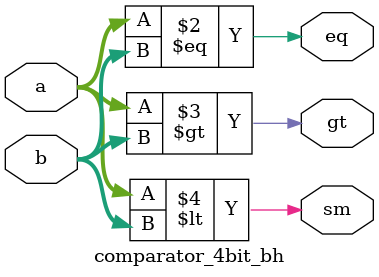
<source format=v>
`timescale 1ns/100ps
module comparator_4bit_bh(eq,gt,sm,a,b);
  input [3:0]a,b;
  output reg eq,gt,sm;
  
  always @(*)begin
    eq = (a==b);
    gt = (a>b);
    sm = (a<b);
  end
endmodule

</source>
